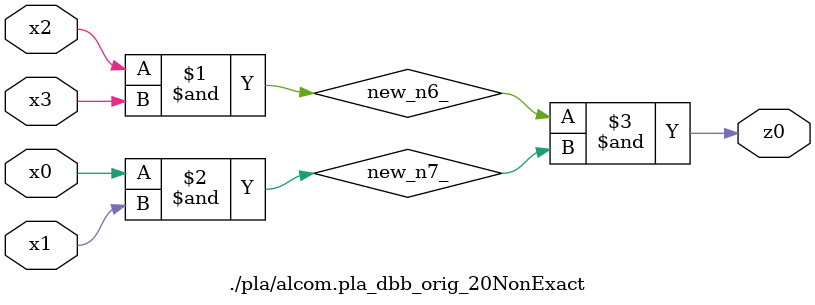
<source format=v>

module \./pla/alcom.pla_dbb_orig_20NonExact  ( 
    x0, x1, x2, x3,
    z0  );
  input  x0, x1, x2, x3;
  output z0;
  wire new_n6_, new_n7_;
  assign new_n6_ = x2 & x3;
  assign new_n7_ = x0 & x1;
  assign z0 = new_n6_ & new_n7_;
endmodule



</source>
